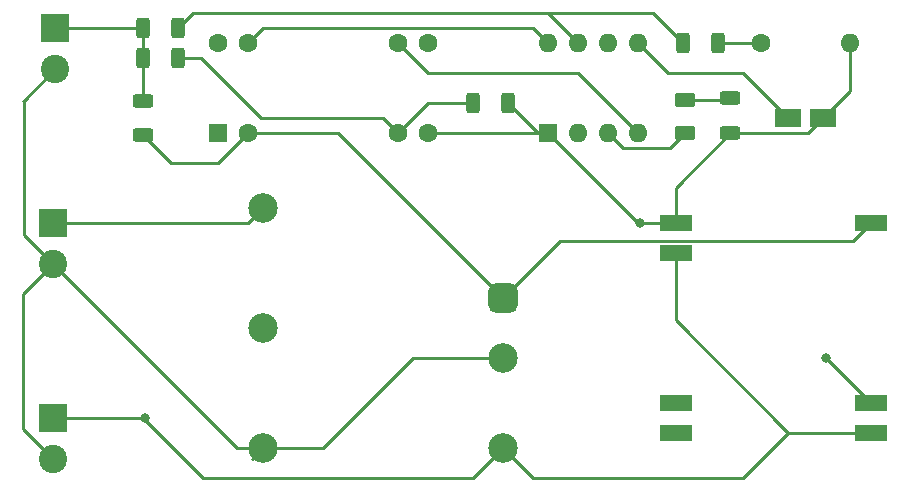
<source format=gtl>
%TF.GenerationSoftware,KiCad,Pcbnew,6.0.8-1.fc36*%
%TF.CreationDate,2022-11-05T02:50:58+01:00*%
%TF.ProjectId,recruiting,72656372-7569-4746-996e-672e6b696361,V0*%
%TF.SameCoordinates,Original*%
%TF.FileFunction,Copper,L1,Top*%
%TF.FilePolarity,Positive*%
%FSLAX46Y46*%
G04 Gerber Fmt 4.6, Leading zero omitted, Abs format (unit mm)*
G04 Created by KiCad (PCBNEW 6.0.8-1.fc36) date 2022-11-05 02:50:58*
%MOMM*%
%LPD*%
G01*
G04 APERTURE LIST*
G04 Aperture macros list*
%AMRoundRect*
0 Rectangle with rounded corners*
0 $1 Rounding radius*
0 $2 $3 $4 $5 $6 $7 $8 $9 X,Y pos of 4 corners*
0 Add a 4 corners polygon primitive as box body*
4,1,4,$2,$3,$4,$5,$6,$7,$8,$9,$2,$3,0*
0 Add four circle primitives for the rounded corners*
1,1,$1+$1,$2,$3*
1,1,$1+$1,$4,$5*
1,1,$1+$1,$6,$7*
1,1,$1+$1,$8,$9*
0 Add four rect primitives between the rounded corners*
20,1,$1+$1,$2,$3,$4,$5,0*
20,1,$1+$1,$4,$5,$6,$7,0*
20,1,$1+$1,$6,$7,$8,$9,0*
20,1,$1+$1,$8,$9,$2,$3,0*%
G04 Aperture macros list end*
%TA.AperFunction,ComponentPad*%
%ADD10R,1.600000X1.600000*%
%TD*%
%TA.AperFunction,ComponentPad*%
%ADD11O,1.600000X1.600000*%
%TD*%
%TA.AperFunction,ComponentPad*%
%ADD12C,1.600000*%
%TD*%
%TA.AperFunction,ComponentPad*%
%ADD13RoundRect,0.625000X-0.625000X0.625000X-0.625000X-0.625000X0.625000X-0.625000X0.625000X0.625000X0*%
%TD*%
%TA.AperFunction,ComponentPad*%
%ADD14C,2.500000*%
%TD*%
%TA.AperFunction,SMDPad,CuDef*%
%ADD15R,2.800000X1.400000*%
%TD*%
%TA.AperFunction,SMDPad,CuDef*%
%ADD16RoundRect,0.250000X-0.312500X-0.625000X0.312500X-0.625000X0.312500X0.625000X-0.312500X0.625000X0*%
%TD*%
%TA.AperFunction,SMDPad,CuDef*%
%ADD17RoundRect,0.250000X-0.625000X0.312500X-0.625000X-0.312500X0.625000X-0.312500X0.625000X0.312500X0*%
%TD*%
%TA.AperFunction,ComponentPad*%
%ADD18R,2.400000X2.400000*%
%TD*%
%TA.AperFunction,ComponentPad*%
%ADD19C,2.400000*%
%TD*%
%TA.AperFunction,SMDPad,CuDef*%
%ADD20RoundRect,0.250000X-0.625000X0.375000X-0.625000X-0.375000X0.625000X-0.375000X0.625000X0.375000X0*%
%TD*%
%TA.AperFunction,SMDPad,CuDef*%
%ADD21R,2.200000X1.600000*%
%TD*%
%TA.AperFunction,ViaPad*%
%ADD22C,0.800000*%
%TD*%
%TA.AperFunction,Conductor*%
%ADD23C,0.250000*%
%TD*%
G04 APERTURE END LIST*
D10*
%TO.P,U4,1,GND*%
%TO.N,GND*%
X148600000Y-77460000D03*
D11*
%TO.P,U4,2,TR*%
%TO.N,Net-(C2-Pad1)*%
X151140000Y-77460000D03*
%TO.P,U4,3,Q*%
%TO.N,/power_monitor/LED_5V*%
X153680000Y-77460000D03*
%TO.P,U4,4,R*%
%TO.N,/power_monitor/Over_10W*%
X156220000Y-77460000D03*
%TO.P,U4,5,CV*%
%TO.N,Net-(C1-Pad1)*%
X156220000Y-69840000D03*
%TO.P,U4,6,THR*%
%TO.N,Net-(C2-Pad1)*%
X153680000Y-69840000D03*
%TO.P,U4,7,DIS*%
%TO.N,Net-(R5-Pad2)*%
X151140000Y-69840000D03*
%TO.P,U4,8,VCC*%
%TO.N,+5V*%
X148600000Y-69840000D03*
%TD*%
D10*
%TO.P,U3,1,NULL*%
%TO.N,unconnected-(U3-Pad1)*%
X120650000Y-77465000D03*
D12*
%TO.P,U3,2,-*%
%TO.N,/Vin_DCDC*%
X123190000Y-77465000D03*
%TO.P,U3,3,+*%
%TO.N,Net-(R2-Pad2)*%
X135890000Y-77465000D03*
%TO.P,U3,4,V-*%
%TO.N,GND*%
X138430000Y-77465000D03*
%TO.P,U3,5,NULL*%
%TO.N,unconnected-(U3-Pad5)*%
X138430000Y-69845000D03*
%TO.P,U3,6*%
%TO.N,/power_monitor/Over_10W*%
X135890000Y-69845000D03*
%TO.P,U3,7,V+*%
%TO.N,+5V*%
X123190000Y-69845000D03*
%TO.P,U3,8,NC*%
%TO.N,unconnected-(U3-Pad8)*%
X120650000Y-69845000D03*
%TD*%
D13*
%TO.P,U2,1,+VIN*%
%TO.N,/Vin_DCDC*%
X144780000Y-91440000D03*
D14*
%TO.P,U2,2,-VIN*%
%TO.N,GND*%
X144780000Y-96520000D03*
%TO.P,U2,3,+VOUT*%
%TO.N,/Vout_3V3*%
X124460000Y-83820000D03*
%TO.P,U2,4,Common*%
%TO.N,unconnected-(U2-Pad4)*%
X124460000Y-93980000D03*
%TO.P,U2,5,-VOUT*%
%TO.N,GND*%
X124460000Y-104140000D03*
%TO.P,U2,6,On/~{Off}*%
%TO.N,+5V*%
X144780000Y-104140000D03*
%TD*%
D15*
%TO.P,U1,16,+VIN*%
%TO.N,/Vin_DCDC*%
X175890000Y-85090000D03*
%TO.P,U1,10,-VOUT*%
%TO.N,GND*%
X175890000Y-100330000D03*
%TO.P,U1,9,+VOUT*%
%TO.N,+5V*%
X175890000Y-102870000D03*
%TO.P,U1,8,NC*%
%TO.N,unconnected-(U1-Pad8)*%
X159390000Y-102870000D03*
%TO.P,U1,7,NC*%
%TO.N,unconnected-(U1-Pad7)*%
X159390000Y-100330000D03*
%TO.P,U1,2,ON/~{OFF}*%
%TO.N,+5V*%
X159390000Y-87630000D03*
%TO.P,U1,1,-VIN*%
%TO.N,GND*%
X159390000Y-85090000D03*
%TD*%
D16*
%TO.P,R6,1*%
%TO.N,Net-(R5-Pad2)*%
X160020000Y-69850000D03*
%TO.P,R6,2*%
%TO.N,Net-(C2-Pad1)*%
X162945000Y-69850000D03*
%TD*%
%TO.P,R5,1*%
%TO.N,/Vin_11-27*%
X114300000Y-68580000D03*
%TO.P,R5,2*%
%TO.N,Net-(R5-Pad2)*%
X117225000Y-68580000D03*
%TD*%
D17*
%TO.P,R4,1*%
%TO.N,/Vin_11-27*%
X114300000Y-74737500D03*
%TO.P,R4,2*%
%TO.N,/Vin_DCDC*%
X114300000Y-77662500D03*
%TD*%
D16*
%TO.P,R3,1*%
%TO.N,Net-(R2-Pad2)*%
X142240000Y-74930000D03*
%TO.P,R3,2*%
%TO.N,GND*%
X145165000Y-74930000D03*
%TD*%
%TO.P,R2,1*%
%TO.N,/Vin_11-27*%
X114300000Y-71120000D03*
%TO.P,R2,2*%
%TO.N,Net-(R2-Pad2)*%
X117225000Y-71120000D03*
%TD*%
D17*
%TO.P,R1,1*%
%TO.N,Net-(D1-Pad1)*%
X164022500Y-74545000D03*
%TO.P,R1,2*%
%TO.N,GND*%
X164022500Y-77470000D03*
%TD*%
D18*
%TO.P,J3,1,Pin_1*%
%TO.N,/Vout_3V3*%
X106680000Y-85090000D03*
D19*
%TO.P,J3,2,Pin_2*%
%TO.N,GND*%
X106680000Y-88590000D03*
%TD*%
D18*
%TO.P,J2,1,Pin_1*%
%TO.N,+5V*%
X106680000Y-101600000D03*
D19*
%TO.P,J2,2,Pin_2*%
%TO.N,GND*%
X106680000Y-105100000D03*
%TD*%
D18*
%TO.P,J1,1,Pin_1*%
%TO.N,/Vin_11-27*%
X106872500Y-68580000D03*
D19*
%TO.P,J1,2,Pin_2*%
%TO.N,GND*%
X106872500Y-72080000D03*
%TD*%
D20*
%TO.P,D1,1,K*%
%TO.N,Net-(D1-Pad1)*%
X160212500Y-74670000D03*
%TO.P,D1,2,A*%
%TO.N,/power_monitor/LED_5V*%
X160212500Y-77470000D03*
%TD*%
D12*
%TO.P,C2,1*%
%TO.N,Net-(C2-Pad1)*%
X166622500Y-69850000D03*
D11*
%TO.P,C2,2*%
%TO.N,GND*%
X174122500Y-69850000D03*
%TD*%
D21*
%TO.P,C1,2*%
%TO.N,GND*%
X171872500Y-76200000D03*
%TO.P,C1,1*%
%TO.N,Net-(C1-Pad1)*%
X168872500Y-76200000D03*
%TD*%
D22*
%TO.N,+5V*%
X114492500Y-101600000D03*
%TO.N,GND*%
X172080000Y-96520000D03*
X156402500Y-85090000D03*
%TD*%
D23*
%TO.N,GND*%
X124460000Y-104140000D02*
X122230000Y-104140000D01*
X122230000Y-104140000D02*
X106680000Y-88590000D01*
%TO.N,/power_monitor/Over_10W*%
X135890000Y-69845000D02*
X138435000Y-72390000D01*
X138435000Y-72390000D02*
X151150000Y-72390000D01*
X151150000Y-72390000D02*
X156220000Y-77460000D01*
%TO.N,Net-(R2-Pad2)*%
X135890000Y-77465000D02*
X138425000Y-74930000D01*
X138425000Y-74930000D02*
X142240000Y-74930000D01*
%TO.N,GND*%
X138430000Y-77465000D02*
X148595000Y-77465000D01*
X148595000Y-77465000D02*
X148600000Y-77460000D01*
X148600000Y-77460000D02*
X147695000Y-77460000D01*
X147695000Y-77460000D02*
X145165000Y-74930000D01*
X104140000Y-74812500D02*
X104177500Y-74775000D01*
X104177500Y-74775000D02*
X106872500Y-72080000D01*
X106680000Y-88590000D02*
X104177500Y-86087500D01*
X104177500Y-86087500D02*
X104177500Y-74775000D01*
X106680000Y-88590000D02*
X104140000Y-91130000D01*
X104140000Y-91130000D02*
X104140000Y-96520000D01*
%TO.N,/Vout_3V3*%
X106680000Y-85090000D02*
X123190000Y-85090000D01*
X123190000Y-85090000D02*
X124460000Y-83820000D01*
%TO.N,/Vin_11-27*%
X106872500Y-68580000D02*
X114300000Y-68580000D01*
%TO.N,GND*%
X164022500Y-77470000D02*
X170602500Y-77470000D01*
X170602500Y-77470000D02*
X171872500Y-76200000D01*
X174122500Y-69850000D02*
X174122500Y-73950000D01*
X174122500Y-73950000D02*
X171872500Y-76200000D01*
%TO.N,Net-(C1-Pad1)*%
X156220000Y-69840000D02*
X158770000Y-72390000D01*
X158770000Y-72390000D02*
X165062500Y-72390000D01*
X165062500Y-72390000D02*
X168872500Y-76200000D01*
%TO.N,Net-(R5-Pad2)*%
X160020000Y-69850000D02*
X157480000Y-67310000D01*
X157480000Y-67310000D02*
X148610000Y-67310000D01*
%TO.N,Net-(C2-Pad1)*%
X166622500Y-69850000D02*
X162945000Y-69850000D01*
%TO.N,GND*%
X159390000Y-85090000D02*
X159390000Y-82102500D01*
X159390000Y-82102500D02*
X164022500Y-77470000D01*
%TO.N,Net-(D1-Pad1)*%
X160212500Y-74670000D02*
X163897500Y-74670000D01*
X163897500Y-74670000D02*
X164022500Y-74545000D01*
%TO.N,/power_monitor/LED_5V*%
X153680000Y-77460000D02*
X154960000Y-78740000D01*
X158942500Y-78740000D02*
X160212500Y-77470000D01*
X154960000Y-78740000D02*
X158942500Y-78740000D01*
%TO.N,GND*%
X175890000Y-100330000D02*
X172080000Y-96520000D01*
%TO.N,/Vin_DCDC*%
X144780000Y-91440000D02*
X149615000Y-86605000D01*
X149615000Y-86605000D02*
X174375000Y-86605000D01*
X174375000Y-86605000D02*
X175890000Y-85090000D01*
%TO.N,GND*%
X148600000Y-77287500D02*
X148600000Y-77460000D01*
X148600000Y-77460000D02*
X156230000Y-85090000D01*
X156230000Y-85090000D02*
X156210000Y-85090000D01*
%TO.N,Net-(R5-Pad2)*%
X151140000Y-69840000D02*
X148610000Y-67310000D01*
X148610000Y-67310000D02*
X118495000Y-67310000D01*
X118495000Y-67310000D02*
X117225000Y-68580000D01*
X117225000Y-68580000D02*
X117225000Y-68387500D01*
%TO.N,Net-(R2-Pad2)*%
X117225000Y-71120000D02*
X119187500Y-71120000D01*
X119187500Y-71120000D02*
X124267500Y-76200000D01*
%TO.N,/Vin_DCDC*%
X114300000Y-77662500D02*
X116647500Y-80010000D01*
X116647500Y-80010000D02*
X120645000Y-80010000D01*
X120645000Y-80010000D02*
X123190000Y-77465000D01*
%TO.N,/Vin_11-27*%
X114300000Y-74737500D02*
X114300000Y-71120000D01*
%TO.N,Net-(R2-Pad2)*%
X117225000Y-71120000D02*
X117225000Y-71312500D01*
X117225000Y-71312500D02*
X117032500Y-71505000D01*
X134625000Y-76200000D02*
X135890000Y-77465000D01*
X124267500Y-76200000D02*
X134625000Y-76200000D01*
%TO.N,/Vin_11-27*%
X114300000Y-68580000D02*
X114300000Y-71120000D01*
%TO.N,+5V*%
X123190000Y-69845000D02*
X124455000Y-68580000D01*
X124455000Y-68580000D02*
X147340000Y-68580000D01*
X147340000Y-68580000D02*
X148600000Y-69840000D01*
%TO.N,GND*%
X104140000Y-102560000D02*
X104140000Y-96520000D01*
%TO.N,+5V*%
X106680000Y-101600000D02*
X114300000Y-101600000D01*
X114300000Y-101600000D02*
X119380000Y-106680000D01*
X119380000Y-106680000D02*
X142240000Y-106680000D01*
X142240000Y-106680000D02*
X144780000Y-104140000D01*
%TO.N,GND*%
X156210000Y-85090000D02*
X159390000Y-85090000D01*
%TO.N,+5V*%
X159390000Y-87630000D02*
X159390000Y-93350000D01*
X159390000Y-93350000D02*
X168910000Y-102870000D01*
X144780000Y-104140000D02*
X147320000Y-106680000D01*
X147320000Y-106680000D02*
X165100000Y-106680000D01*
X165100000Y-106680000D02*
X168910000Y-102870000D01*
X168910000Y-102870000D02*
X175890000Y-102870000D01*
%TO.N,/Vin_DCDC*%
X123190000Y-77465000D02*
X130805000Y-77465000D01*
X130805000Y-77465000D02*
X144780000Y-91440000D01*
%TO.N,GND*%
X129540000Y-104140000D02*
X137160000Y-96520000D01*
X124460000Y-104140000D02*
X129540000Y-104140000D01*
X137160000Y-96520000D02*
X144780000Y-96520000D01*
X106680000Y-105100000D02*
X104140000Y-102560000D01*
X123500000Y-105100000D02*
X124460000Y-104140000D01*
%TD*%
M02*

</source>
